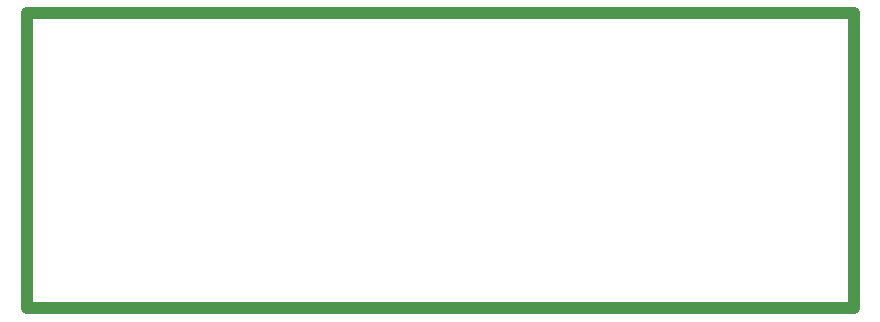
<source format=gko>
G04*
G04 #@! TF.GenerationSoftware,Altium Limited,Altium Designer,21.2.1 (34)*
G04*
G04 Layer_Color=16711935*
%FSTAX24Y24*%
%MOIN*%
G70*
G04*
G04 #@! TF.SameCoordinates,7DA4DDB6-0622-4AF5-A47C-4C96ED8C5F13*
G04*
G04*
G04 #@! TF.FilePolarity,Positive*
G04*
G01*
G75*
%ADD30C,0.0394*%
D30*
X02605Y01975D02*
Y029593D01*
Y01975D02*
X053609D01*
Y029593D01*
X02605D02*
X053609D01*
M02*

</source>
